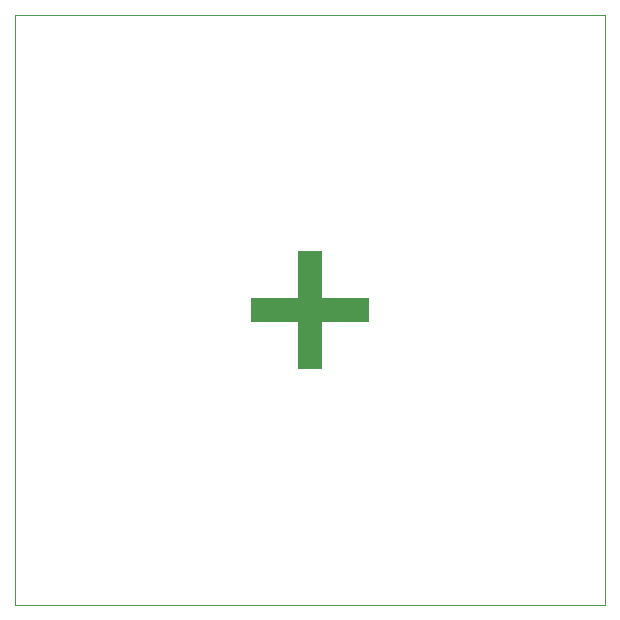
<source format=gbr>
%TF.GenerationSoftware,Altium Limited,Altium Designer,21.2.1 (34)*%
G04 Layer_Color=0*
%FSLAX25Y25*%
%MOIN*%
%TF.SameCoordinates,9F7D5B0E-9DD4-4BF0-BF89-A6B7BC673C6C*%
%TF.FilePolarity,Positive*%
%TF.FileFunction,Profile,NP*%
%TF.Part,Single*%
G01*
G75*
%TA.AperFunction,Profile*%
%ADD66C,0.00100*%
G36*
X94488Y78740D02*
Y94488D01*
X78740D01*
Y102362D01*
X94488D01*
Y118110D01*
X102362D01*
Y102362D01*
X118110D01*
Y94488D01*
X102362D01*
Y78740D01*
X94488D01*
D02*
G37*
D66*
X0Y0D02*
Y196850D01*
X196850D01*
Y0D01*
X0D01*
%TF.MD5,b3590386c353939ef608708d0959de5b*%
M02*

</source>
